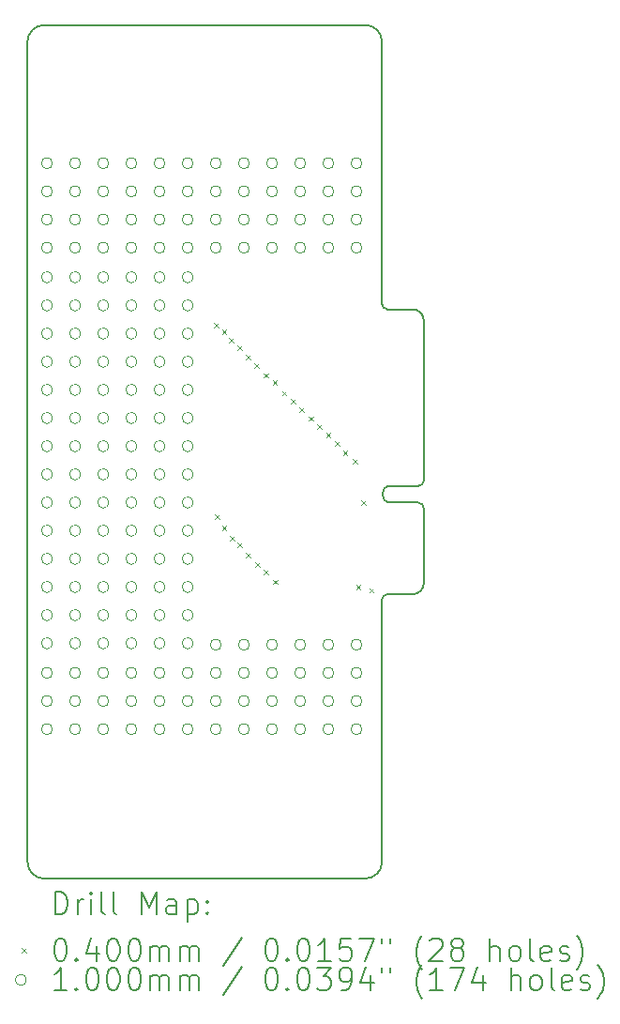
<source format=gbr>
%TF.GenerationSoftware,KiCad,Pcbnew,8.0.4*%
%TF.CreationDate,2025-01-31T11:06:43+01:00*%
%TF.ProjectId,uconsole-expansion-card-template.kicad_pcb_2.54,75636f6e-736f-46c6-952d-657870616e73,0.1*%
%TF.SameCoordinates,Original*%
%TF.FileFunction,Drillmap*%
%TF.FilePolarity,Positive*%
%FSLAX45Y45*%
G04 Gerber Fmt 4.5, Leading zero omitted, Abs format (unit mm)*
G04 Created by KiCad (PCBNEW 8.0.4) date 2025-01-31 11:06:43*
%MOMM*%
%LPD*%
G01*
G04 APERTURE LIST*
%ADD10C,0.200000*%
%ADD11C,0.100000*%
G04 APERTURE END LIST*
D10*
X11688500Y-8715000D02*
G75*
G02*
X11788500Y-8815000I0J-100000D01*
G01*
X8361500Y-6150000D02*
X11261500Y-6150000D01*
X8361500Y-13850000D02*
G75*
G02*
X8211500Y-13700000I0J150000D01*
G01*
X11788500Y-11185000D02*
G75*
G02*
X11688500Y-11285000I-100000J0D01*
G01*
X11688500Y-11285000D02*
X11461500Y-11285000D01*
X11411500Y-6300000D02*
X11411500Y-8665000D01*
X11411500Y-11335000D02*
X11411500Y-13700000D01*
X11788500Y-8815000D02*
X11788500Y-10258000D01*
X11261500Y-13850000D02*
X8361500Y-13850000D01*
X8211500Y-13700000D02*
X8211500Y-6300000D01*
X11788500Y-10258000D02*
G75*
G02*
X11738500Y-10308000I-50000J0D01*
G01*
X11488500Y-10458000D02*
G75*
G02*
X11488500Y-10308000I0J75000D01*
G01*
X11411500Y-11335000D02*
G75*
G02*
X11461500Y-11285000I50000J0D01*
G01*
X11488500Y-10308000D02*
X11738500Y-10308000D01*
X11738500Y-10458000D02*
G75*
G02*
X11788500Y-10508000I0J-50000D01*
G01*
X11411500Y-13700000D02*
G75*
G02*
X11261500Y-13850000I-150000J0D01*
G01*
X11788500Y-10508000D02*
X11788500Y-11185000D01*
X11461500Y-8715000D02*
G75*
G02*
X11411500Y-8665000I0J50000D01*
G01*
X11461500Y-8715000D02*
X11688500Y-8715000D01*
X11738500Y-10458000D02*
X11488500Y-10458000D01*
X11261500Y-6150000D02*
G75*
G02*
X11411500Y-6300000I0J-150000D01*
G01*
X8211500Y-6300000D02*
G75*
G02*
X8361500Y-6150000I150000J0D01*
G01*
D11*
X9893200Y-8838500D02*
X9933200Y-8878500D01*
X9933200Y-8838500D02*
X9893200Y-8878500D01*
X9903800Y-10564200D02*
X9943800Y-10604200D01*
X9943800Y-10564200D02*
X9903800Y-10604200D01*
X9967300Y-10665800D02*
X10007300Y-10705800D01*
X10007300Y-10665800D02*
X9967300Y-10705800D01*
X9967619Y-8897549D02*
X10007619Y-8937549D01*
X10007619Y-8897549D02*
X9967619Y-8937549D01*
X10030800Y-8976700D02*
X10070800Y-9016700D01*
X10070800Y-8976700D02*
X10030800Y-9016700D01*
X10036860Y-10757462D02*
X10076860Y-10797462D01*
X10076860Y-10757462D02*
X10036860Y-10797462D01*
X10106116Y-10822490D02*
X10146116Y-10862490D01*
X10146116Y-10822490D02*
X10106116Y-10862490D01*
X10107000Y-9040200D02*
X10147000Y-9080200D01*
X10147000Y-9040200D02*
X10107000Y-9080200D01*
X10183200Y-9129100D02*
X10223200Y-9169100D01*
X10223200Y-9129100D02*
X10183200Y-9169100D01*
X10185700Y-10914800D02*
X10225700Y-10954800D01*
X10225700Y-10914800D02*
X10185700Y-10954800D01*
X10259400Y-9205300D02*
X10299400Y-9245300D01*
X10299400Y-9205300D02*
X10259400Y-9245300D01*
X10265700Y-10994800D02*
X10305700Y-11034800D01*
X10305700Y-10994800D02*
X10265700Y-11034800D01*
X10344625Y-9290525D02*
X10384625Y-9330525D01*
X10384625Y-9290525D02*
X10344625Y-9330525D01*
X10345700Y-11062100D02*
X10385700Y-11102100D01*
X10385700Y-11062100D02*
X10345700Y-11102100D01*
X10424500Y-9357700D02*
X10464500Y-9397700D01*
X10464500Y-9357700D02*
X10424500Y-9397700D01*
X10425700Y-11154700D02*
X10465700Y-11194700D01*
X10465700Y-11154700D02*
X10425700Y-11194700D01*
X10507644Y-9453066D02*
X10547644Y-9493066D01*
X10547644Y-9453066D02*
X10507644Y-9493066D01*
X10589600Y-9522800D02*
X10629600Y-9562800D01*
X10629600Y-9522800D02*
X10589600Y-9562800D01*
X10665800Y-9599000D02*
X10705800Y-9639000D01*
X10705800Y-9599000D02*
X10665800Y-9639000D01*
X10750566Y-9679992D02*
X10790566Y-9719992D01*
X10790566Y-9679992D02*
X10750566Y-9719992D01*
X10824640Y-9751020D02*
X10864640Y-9791020D01*
X10864640Y-9751020D02*
X10824640Y-9791020D01*
X10907100Y-9827600D02*
X10947100Y-9867600D01*
X10947100Y-9827600D02*
X10907100Y-9867600D01*
X10988275Y-9906150D02*
X11028275Y-9946150D01*
X11028275Y-9906150D02*
X10988275Y-9946150D01*
X11059500Y-9992700D02*
X11099500Y-10032700D01*
X11099500Y-9992700D02*
X11059500Y-10032700D01*
X11148400Y-10068899D02*
X11188400Y-10108899D01*
X11188400Y-10068899D02*
X11148400Y-10108899D01*
X11178196Y-11203596D02*
X11218196Y-11243596D01*
X11218196Y-11203596D02*
X11178196Y-11243596D01*
X11224600Y-10437200D02*
X11264600Y-10477200D01*
X11264600Y-10437200D02*
X11224600Y-10477200D01*
X11295962Y-11229438D02*
X11335962Y-11269438D01*
X11335962Y-11229438D02*
X11295962Y-11269438D01*
X8437100Y-7396500D02*
G75*
G02*
X8337100Y-7396500I-50000J0D01*
G01*
X8337100Y-7396500D02*
G75*
G02*
X8437100Y-7396500I50000J0D01*
G01*
X8437100Y-7650500D02*
G75*
G02*
X8337100Y-7650500I-50000J0D01*
G01*
X8337100Y-7650500D02*
G75*
G02*
X8437100Y-7650500I50000J0D01*
G01*
X8437100Y-7904500D02*
G75*
G02*
X8337100Y-7904500I-50000J0D01*
G01*
X8337100Y-7904500D02*
G75*
G02*
X8437100Y-7904500I50000J0D01*
G01*
X8437100Y-8158500D02*
G75*
G02*
X8337100Y-8158500I-50000J0D01*
G01*
X8337100Y-8158500D02*
G75*
G02*
X8437100Y-8158500I50000J0D01*
G01*
X8437100Y-8425200D02*
G75*
G02*
X8337100Y-8425200I-50000J0D01*
G01*
X8337100Y-8425200D02*
G75*
G02*
X8437100Y-8425200I50000J0D01*
G01*
X8437100Y-8679200D02*
G75*
G02*
X8337100Y-8679200I-50000J0D01*
G01*
X8337100Y-8679200D02*
G75*
G02*
X8437100Y-8679200I50000J0D01*
G01*
X8437100Y-8933200D02*
G75*
G02*
X8337100Y-8933200I-50000J0D01*
G01*
X8337100Y-8933200D02*
G75*
G02*
X8437100Y-8933200I50000J0D01*
G01*
X8437100Y-9187200D02*
G75*
G02*
X8337100Y-9187200I-50000J0D01*
G01*
X8337100Y-9187200D02*
G75*
G02*
X8437100Y-9187200I50000J0D01*
G01*
X8437100Y-9441200D02*
G75*
G02*
X8337100Y-9441200I-50000J0D01*
G01*
X8337100Y-9441200D02*
G75*
G02*
X8437100Y-9441200I50000J0D01*
G01*
X8437100Y-9695200D02*
G75*
G02*
X8337100Y-9695200I-50000J0D01*
G01*
X8337100Y-9695200D02*
G75*
G02*
X8437100Y-9695200I50000J0D01*
G01*
X8437100Y-9949200D02*
G75*
G02*
X8337100Y-9949200I-50000J0D01*
G01*
X8337100Y-9949200D02*
G75*
G02*
X8437100Y-9949200I50000J0D01*
G01*
X8437100Y-10203200D02*
G75*
G02*
X8337100Y-10203200I-50000J0D01*
G01*
X8337100Y-10203200D02*
G75*
G02*
X8437100Y-10203200I50000J0D01*
G01*
X8437100Y-10457200D02*
G75*
G02*
X8337100Y-10457200I-50000J0D01*
G01*
X8337100Y-10457200D02*
G75*
G02*
X8437100Y-10457200I50000J0D01*
G01*
X8437100Y-10711200D02*
G75*
G02*
X8337100Y-10711200I-50000J0D01*
G01*
X8337100Y-10711200D02*
G75*
G02*
X8437100Y-10711200I50000J0D01*
G01*
X8437100Y-10965200D02*
G75*
G02*
X8337100Y-10965200I-50000J0D01*
G01*
X8337100Y-10965200D02*
G75*
G02*
X8437100Y-10965200I50000J0D01*
G01*
X8437100Y-11219200D02*
G75*
G02*
X8337100Y-11219200I-50000J0D01*
G01*
X8337100Y-11219200D02*
G75*
G02*
X8437100Y-11219200I50000J0D01*
G01*
X8437100Y-11473200D02*
G75*
G02*
X8337100Y-11473200I-50000J0D01*
G01*
X8337100Y-11473200D02*
G75*
G02*
X8437100Y-11473200I50000J0D01*
G01*
X8437100Y-11727200D02*
G75*
G02*
X8337100Y-11727200I-50000J0D01*
G01*
X8337100Y-11727200D02*
G75*
G02*
X8437100Y-11727200I50000J0D01*
G01*
X8437100Y-11993900D02*
G75*
G02*
X8337100Y-11993900I-50000J0D01*
G01*
X8337100Y-11993900D02*
G75*
G02*
X8437100Y-11993900I50000J0D01*
G01*
X8437100Y-12247900D02*
G75*
G02*
X8337100Y-12247900I-50000J0D01*
G01*
X8337100Y-12247900D02*
G75*
G02*
X8437100Y-12247900I50000J0D01*
G01*
X8437100Y-12501900D02*
G75*
G02*
X8337100Y-12501900I-50000J0D01*
G01*
X8337100Y-12501900D02*
G75*
G02*
X8437100Y-12501900I50000J0D01*
G01*
X8691100Y-7396500D02*
G75*
G02*
X8591100Y-7396500I-50000J0D01*
G01*
X8591100Y-7396500D02*
G75*
G02*
X8691100Y-7396500I50000J0D01*
G01*
X8691100Y-7650500D02*
G75*
G02*
X8591100Y-7650500I-50000J0D01*
G01*
X8591100Y-7650500D02*
G75*
G02*
X8691100Y-7650500I50000J0D01*
G01*
X8691100Y-7904500D02*
G75*
G02*
X8591100Y-7904500I-50000J0D01*
G01*
X8591100Y-7904500D02*
G75*
G02*
X8691100Y-7904500I50000J0D01*
G01*
X8691100Y-8158500D02*
G75*
G02*
X8591100Y-8158500I-50000J0D01*
G01*
X8591100Y-8158500D02*
G75*
G02*
X8691100Y-8158500I50000J0D01*
G01*
X8691100Y-8425200D02*
G75*
G02*
X8591100Y-8425200I-50000J0D01*
G01*
X8591100Y-8425200D02*
G75*
G02*
X8691100Y-8425200I50000J0D01*
G01*
X8691100Y-8679200D02*
G75*
G02*
X8591100Y-8679200I-50000J0D01*
G01*
X8591100Y-8679200D02*
G75*
G02*
X8691100Y-8679200I50000J0D01*
G01*
X8691100Y-8933200D02*
G75*
G02*
X8591100Y-8933200I-50000J0D01*
G01*
X8591100Y-8933200D02*
G75*
G02*
X8691100Y-8933200I50000J0D01*
G01*
X8691100Y-9187200D02*
G75*
G02*
X8591100Y-9187200I-50000J0D01*
G01*
X8591100Y-9187200D02*
G75*
G02*
X8691100Y-9187200I50000J0D01*
G01*
X8691100Y-9441200D02*
G75*
G02*
X8591100Y-9441200I-50000J0D01*
G01*
X8591100Y-9441200D02*
G75*
G02*
X8691100Y-9441200I50000J0D01*
G01*
X8691100Y-9695200D02*
G75*
G02*
X8591100Y-9695200I-50000J0D01*
G01*
X8591100Y-9695200D02*
G75*
G02*
X8691100Y-9695200I50000J0D01*
G01*
X8691100Y-9949200D02*
G75*
G02*
X8591100Y-9949200I-50000J0D01*
G01*
X8591100Y-9949200D02*
G75*
G02*
X8691100Y-9949200I50000J0D01*
G01*
X8691100Y-10203200D02*
G75*
G02*
X8591100Y-10203200I-50000J0D01*
G01*
X8591100Y-10203200D02*
G75*
G02*
X8691100Y-10203200I50000J0D01*
G01*
X8691100Y-10457200D02*
G75*
G02*
X8591100Y-10457200I-50000J0D01*
G01*
X8591100Y-10457200D02*
G75*
G02*
X8691100Y-10457200I50000J0D01*
G01*
X8691100Y-10711200D02*
G75*
G02*
X8591100Y-10711200I-50000J0D01*
G01*
X8591100Y-10711200D02*
G75*
G02*
X8691100Y-10711200I50000J0D01*
G01*
X8691100Y-10965200D02*
G75*
G02*
X8591100Y-10965200I-50000J0D01*
G01*
X8591100Y-10965200D02*
G75*
G02*
X8691100Y-10965200I50000J0D01*
G01*
X8691100Y-11219200D02*
G75*
G02*
X8591100Y-11219200I-50000J0D01*
G01*
X8591100Y-11219200D02*
G75*
G02*
X8691100Y-11219200I50000J0D01*
G01*
X8691100Y-11473200D02*
G75*
G02*
X8591100Y-11473200I-50000J0D01*
G01*
X8591100Y-11473200D02*
G75*
G02*
X8691100Y-11473200I50000J0D01*
G01*
X8691100Y-11727200D02*
G75*
G02*
X8591100Y-11727200I-50000J0D01*
G01*
X8591100Y-11727200D02*
G75*
G02*
X8691100Y-11727200I50000J0D01*
G01*
X8691100Y-11993900D02*
G75*
G02*
X8591100Y-11993900I-50000J0D01*
G01*
X8591100Y-11993900D02*
G75*
G02*
X8691100Y-11993900I50000J0D01*
G01*
X8691100Y-12247900D02*
G75*
G02*
X8591100Y-12247900I-50000J0D01*
G01*
X8591100Y-12247900D02*
G75*
G02*
X8691100Y-12247900I50000J0D01*
G01*
X8691100Y-12501900D02*
G75*
G02*
X8591100Y-12501900I-50000J0D01*
G01*
X8591100Y-12501900D02*
G75*
G02*
X8691100Y-12501900I50000J0D01*
G01*
X8945100Y-7396500D02*
G75*
G02*
X8845100Y-7396500I-50000J0D01*
G01*
X8845100Y-7396500D02*
G75*
G02*
X8945100Y-7396500I50000J0D01*
G01*
X8945100Y-7650500D02*
G75*
G02*
X8845100Y-7650500I-50000J0D01*
G01*
X8845100Y-7650500D02*
G75*
G02*
X8945100Y-7650500I50000J0D01*
G01*
X8945100Y-7904500D02*
G75*
G02*
X8845100Y-7904500I-50000J0D01*
G01*
X8845100Y-7904500D02*
G75*
G02*
X8945100Y-7904500I50000J0D01*
G01*
X8945100Y-8158500D02*
G75*
G02*
X8845100Y-8158500I-50000J0D01*
G01*
X8845100Y-8158500D02*
G75*
G02*
X8945100Y-8158500I50000J0D01*
G01*
X8945100Y-8425200D02*
G75*
G02*
X8845100Y-8425200I-50000J0D01*
G01*
X8845100Y-8425200D02*
G75*
G02*
X8945100Y-8425200I50000J0D01*
G01*
X8945100Y-8679200D02*
G75*
G02*
X8845100Y-8679200I-50000J0D01*
G01*
X8845100Y-8679200D02*
G75*
G02*
X8945100Y-8679200I50000J0D01*
G01*
X8945100Y-8933200D02*
G75*
G02*
X8845100Y-8933200I-50000J0D01*
G01*
X8845100Y-8933200D02*
G75*
G02*
X8945100Y-8933200I50000J0D01*
G01*
X8945100Y-9187200D02*
G75*
G02*
X8845100Y-9187200I-50000J0D01*
G01*
X8845100Y-9187200D02*
G75*
G02*
X8945100Y-9187200I50000J0D01*
G01*
X8945100Y-9441200D02*
G75*
G02*
X8845100Y-9441200I-50000J0D01*
G01*
X8845100Y-9441200D02*
G75*
G02*
X8945100Y-9441200I50000J0D01*
G01*
X8945100Y-9695200D02*
G75*
G02*
X8845100Y-9695200I-50000J0D01*
G01*
X8845100Y-9695200D02*
G75*
G02*
X8945100Y-9695200I50000J0D01*
G01*
X8945100Y-9949200D02*
G75*
G02*
X8845100Y-9949200I-50000J0D01*
G01*
X8845100Y-9949200D02*
G75*
G02*
X8945100Y-9949200I50000J0D01*
G01*
X8945100Y-10203200D02*
G75*
G02*
X8845100Y-10203200I-50000J0D01*
G01*
X8845100Y-10203200D02*
G75*
G02*
X8945100Y-10203200I50000J0D01*
G01*
X8945100Y-10457200D02*
G75*
G02*
X8845100Y-10457200I-50000J0D01*
G01*
X8845100Y-10457200D02*
G75*
G02*
X8945100Y-10457200I50000J0D01*
G01*
X8945100Y-10711200D02*
G75*
G02*
X8845100Y-10711200I-50000J0D01*
G01*
X8845100Y-10711200D02*
G75*
G02*
X8945100Y-10711200I50000J0D01*
G01*
X8945100Y-10965200D02*
G75*
G02*
X8845100Y-10965200I-50000J0D01*
G01*
X8845100Y-10965200D02*
G75*
G02*
X8945100Y-10965200I50000J0D01*
G01*
X8945100Y-11219200D02*
G75*
G02*
X8845100Y-11219200I-50000J0D01*
G01*
X8845100Y-11219200D02*
G75*
G02*
X8945100Y-11219200I50000J0D01*
G01*
X8945100Y-11473200D02*
G75*
G02*
X8845100Y-11473200I-50000J0D01*
G01*
X8845100Y-11473200D02*
G75*
G02*
X8945100Y-11473200I50000J0D01*
G01*
X8945100Y-11727200D02*
G75*
G02*
X8845100Y-11727200I-50000J0D01*
G01*
X8845100Y-11727200D02*
G75*
G02*
X8945100Y-11727200I50000J0D01*
G01*
X8945100Y-11993900D02*
G75*
G02*
X8845100Y-11993900I-50000J0D01*
G01*
X8845100Y-11993900D02*
G75*
G02*
X8945100Y-11993900I50000J0D01*
G01*
X8945100Y-12247900D02*
G75*
G02*
X8845100Y-12247900I-50000J0D01*
G01*
X8845100Y-12247900D02*
G75*
G02*
X8945100Y-12247900I50000J0D01*
G01*
X8945100Y-12501900D02*
G75*
G02*
X8845100Y-12501900I-50000J0D01*
G01*
X8845100Y-12501900D02*
G75*
G02*
X8945100Y-12501900I50000J0D01*
G01*
X9199100Y-7396500D02*
G75*
G02*
X9099100Y-7396500I-50000J0D01*
G01*
X9099100Y-7396500D02*
G75*
G02*
X9199100Y-7396500I50000J0D01*
G01*
X9199100Y-7650500D02*
G75*
G02*
X9099100Y-7650500I-50000J0D01*
G01*
X9099100Y-7650500D02*
G75*
G02*
X9199100Y-7650500I50000J0D01*
G01*
X9199100Y-7904500D02*
G75*
G02*
X9099100Y-7904500I-50000J0D01*
G01*
X9099100Y-7904500D02*
G75*
G02*
X9199100Y-7904500I50000J0D01*
G01*
X9199100Y-8158500D02*
G75*
G02*
X9099100Y-8158500I-50000J0D01*
G01*
X9099100Y-8158500D02*
G75*
G02*
X9199100Y-8158500I50000J0D01*
G01*
X9199100Y-8425200D02*
G75*
G02*
X9099100Y-8425200I-50000J0D01*
G01*
X9099100Y-8425200D02*
G75*
G02*
X9199100Y-8425200I50000J0D01*
G01*
X9199100Y-8679200D02*
G75*
G02*
X9099100Y-8679200I-50000J0D01*
G01*
X9099100Y-8679200D02*
G75*
G02*
X9199100Y-8679200I50000J0D01*
G01*
X9199100Y-8933200D02*
G75*
G02*
X9099100Y-8933200I-50000J0D01*
G01*
X9099100Y-8933200D02*
G75*
G02*
X9199100Y-8933200I50000J0D01*
G01*
X9199100Y-9187200D02*
G75*
G02*
X9099100Y-9187200I-50000J0D01*
G01*
X9099100Y-9187200D02*
G75*
G02*
X9199100Y-9187200I50000J0D01*
G01*
X9199100Y-9441200D02*
G75*
G02*
X9099100Y-9441200I-50000J0D01*
G01*
X9099100Y-9441200D02*
G75*
G02*
X9199100Y-9441200I50000J0D01*
G01*
X9199100Y-9695200D02*
G75*
G02*
X9099100Y-9695200I-50000J0D01*
G01*
X9099100Y-9695200D02*
G75*
G02*
X9199100Y-9695200I50000J0D01*
G01*
X9199100Y-9949200D02*
G75*
G02*
X9099100Y-9949200I-50000J0D01*
G01*
X9099100Y-9949200D02*
G75*
G02*
X9199100Y-9949200I50000J0D01*
G01*
X9199100Y-10203200D02*
G75*
G02*
X9099100Y-10203200I-50000J0D01*
G01*
X9099100Y-10203200D02*
G75*
G02*
X9199100Y-10203200I50000J0D01*
G01*
X9199100Y-10457200D02*
G75*
G02*
X9099100Y-10457200I-50000J0D01*
G01*
X9099100Y-10457200D02*
G75*
G02*
X9199100Y-10457200I50000J0D01*
G01*
X9199100Y-10711200D02*
G75*
G02*
X9099100Y-10711200I-50000J0D01*
G01*
X9099100Y-10711200D02*
G75*
G02*
X9199100Y-10711200I50000J0D01*
G01*
X9199100Y-10965200D02*
G75*
G02*
X9099100Y-10965200I-50000J0D01*
G01*
X9099100Y-10965200D02*
G75*
G02*
X9199100Y-10965200I50000J0D01*
G01*
X9199100Y-11219200D02*
G75*
G02*
X9099100Y-11219200I-50000J0D01*
G01*
X9099100Y-11219200D02*
G75*
G02*
X9199100Y-11219200I50000J0D01*
G01*
X9199100Y-11473200D02*
G75*
G02*
X9099100Y-11473200I-50000J0D01*
G01*
X9099100Y-11473200D02*
G75*
G02*
X9199100Y-11473200I50000J0D01*
G01*
X9199100Y-11727200D02*
G75*
G02*
X9099100Y-11727200I-50000J0D01*
G01*
X9099100Y-11727200D02*
G75*
G02*
X9199100Y-11727200I50000J0D01*
G01*
X9199100Y-11993900D02*
G75*
G02*
X9099100Y-11993900I-50000J0D01*
G01*
X9099100Y-11993900D02*
G75*
G02*
X9199100Y-11993900I50000J0D01*
G01*
X9199100Y-12247900D02*
G75*
G02*
X9099100Y-12247900I-50000J0D01*
G01*
X9099100Y-12247900D02*
G75*
G02*
X9199100Y-12247900I50000J0D01*
G01*
X9199100Y-12501900D02*
G75*
G02*
X9099100Y-12501900I-50000J0D01*
G01*
X9099100Y-12501900D02*
G75*
G02*
X9199100Y-12501900I50000J0D01*
G01*
X9453100Y-7396500D02*
G75*
G02*
X9353100Y-7396500I-50000J0D01*
G01*
X9353100Y-7396500D02*
G75*
G02*
X9453100Y-7396500I50000J0D01*
G01*
X9453100Y-7650500D02*
G75*
G02*
X9353100Y-7650500I-50000J0D01*
G01*
X9353100Y-7650500D02*
G75*
G02*
X9453100Y-7650500I50000J0D01*
G01*
X9453100Y-7904500D02*
G75*
G02*
X9353100Y-7904500I-50000J0D01*
G01*
X9353100Y-7904500D02*
G75*
G02*
X9453100Y-7904500I50000J0D01*
G01*
X9453100Y-8158500D02*
G75*
G02*
X9353100Y-8158500I-50000J0D01*
G01*
X9353100Y-8158500D02*
G75*
G02*
X9453100Y-8158500I50000J0D01*
G01*
X9453100Y-8425200D02*
G75*
G02*
X9353100Y-8425200I-50000J0D01*
G01*
X9353100Y-8425200D02*
G75*
G02*
X9453100Y-8425200I50000J0D01*
G01*
X9453100Y-8679200D02*
G75*
G02*
X9353100Y-8679200I-50000J0D01*
G01*
X9353100Y-8679200D02*
G75*
G02*
X9453100Y-8679200I50000J0D01*
G01*
X9453100Y-8933200D02*
G75*
G02*
X9353100Y-8933200I-50000J0D01*
G01*
X9353100Y-8933200D02*
G75*
G02*
X9453100Y-8933200I50000J0D01*
G01*
X9453100Y-9187200D02*
G75*
G02*
X9353100Y-9187200I-50000J0D01*
G01*
X9353100Y-9187200D02*
G75*
G02*
X9453100Y-9187200I50000J0D01*
G01*
X9453100Y-9441200D02*
G75*
G02*
X9353100Y-9441200I-50000J0D01*
G01*
X9353100Y-9441200D02*
G75*
G02*
X9453100Y-9441200I50000J0D01*
G01*
X9453100Y-9695200D02*
G75*
G02*
X9353100Y-9695200I-50000J0D01*
G01*
X9353100Y-9695200D02*
G75*
G02*
X9453100Y-9695200I50000J0D01*
G01*
X9453100Y-9949200D02*
G75*
G02*
X9353100Y-9949200I-50000J0D01*
G01*
X9353100Y-9949200D02*
G75*
G02*
X9453100Y-9949200I50000J0D01*
G01*
X9453100Y-10203200D02*
G75*
G02*
X9353100Y-10203200I-50000J0D01*
G01*
X9353100Y-10203200D02*
G75*
G02*
X9453100Y-10203200I50000J0D01*
G01*
X9453100Y-10457200D02*
G75*
G02*
X9353100Y-10457200I-50000J0D01*
G01*
X9353100Y-10457200D02*
G75*
G02*
X9453100Y-10457200I50000J0D01*
G01*
X9453100Y-10711200D02*
G75*
G02*
X9353100Y-10711200I-50000J0D01*
G01*
X9353100Y-10711200D02*
G75*
G02*
X9453100Y-10711200I50000J0D01*
G01*
X9453100Y-10965200D02*
G75*
G02*
X9353100Y-10965200I-50000J0D01*
G01*
X9353100Y-10965200D02*
G75*
G02*
X9453100Y-10965200I50000J0D01*
G01*
X9453100Y-11219200D02*
G75*
G02*
X9353100Y-11219200I-50000J0D01*
G01*
X9353100Y-11219200D02*
G75*
G02*
X9453100Y-11219200I50000J0D01*
G01*
X9453100Y-11473200D02*
G75*
G02*
X9353100Y-11473200I-50000J0D01*
G01*
X9353100Y-11473200D02*
G75*
G02*
X9453100Y-11473200I50000J0D01*
G01*
X9453100Y-11727200D02*
G75*
G02*
X9353100Y-11727200I-50000J0D01*
G01*
X9353100Y-11727200D02*
G75*
G02*
X9453100Y-11727200I50000J0D01*
G01*
X9453100Y-11993900D02*
G75*
G02*
X9353100Y-11993900I-50000J0D01*
G01*
X9353100Y-11993900D02*
G75*
G02*
X9453100Y-11993900I50000J0D01*
G01*
X9453100Y-12247900D02*
G75*
G02*
X9353100Y-12247900I-50000J0D01*
G01*
X9353100Y-12247900D02*
G75*
G02*
X9453100Y-12247900I50000J0D01*
G01*
X9453100Y-12501900D02*
G75*
G02*
X9353100Y-12501900I-50000J0D01*
G01*
X9353100Y-12501900D02*
G75*
G02*
X9453100Y-12501900I50000J0D01*
G01*
X9707100Y-7396500D02*
G75*
G02*
X9607100Y-7396500I-50000J0D01*
G01*
X9607100Y-7396500D02*
G75*
G02*
X9707100Y-7396500I50000J0D01*
G01*
X9707100Y-7650500D02*
G75*
G02*
X9607100Y-7650500I-50000J0D01*
G01*
X9607100Y-7650500D02*
G75*
G02*
X9707100Y-7650500I50000J0D01*
G01*
X9707100Y-7904500D02*
G75*
G02*
X9607100Y-7904500I-50000J0D01*
G01*
X9607100Y-7904500D02*
G75*
G02*
X9707100Y-7904500I50000J0D01*
G01*
X9707100Y-8158500D02*
G75*
G02*
X9607100Y-8158500I-50000J0D01*
G01*
X9607100Y-8158500D02*
G75*
G02*
X9707100Y-8158500I50000J0D01*
G01*
X9707100Y-8425200D02*
G75*
G02*
X9607100Y-8425200I-50000J0D01*
G01*
X9607100Y-8425200D02*
G75*
G02*
X9707100Y-8425200I50000J0D01*
G01*
X9707100Y-8679200D02*
G75*
G02*
X9607100Y-8679200I-50000J0D01*
G01*
X9607100Y-8679200D02*
G75*
G02*
X9707100Y-8679200I50000J0D01*
G01*
X9707100Y-8933200D02*
G75*
G02*
X9607100Y-8933200I-50000J0D01*
G01*
X9607100Y-8933200D02*
G75*
G02*
X9707100Y-8933200I50000J0D01*
G01*
X9707100Y-9187200D02*
G75*
G02*
X9607100Y-9187200I-50000J0D01*
G01*
X9607100Y-9187200D02*
G75*
G02*
X9707100Y-9187200I50000J0D01*
G01*
X9707100Y-9441200D02*
G75*
G02*
X9607100Y-9441200I-50000J0D01*
G01*
X9607100Y-9441200D02*
G75*
G02*
X9707100Y-9441200I50000J0D01*
G01*
X9707100Y-9695200D02*
G75*
G02*
X9607100Y-9695200I-50000J0D01*
G01*
X9607100Y-9695200D02*
G75*
G02*
X9707100Y-9695200I50000J0D01*
G01*
X9707100Y-9949200D02*
G75*
G02*
X9607100Y-9949200I-50000J0D01*
G01*
X9607100Y-9949200D02*
G75*
G02*
X9707100Y-9949200I50000J0D01*
G01*
X9707100Y-10203200D02*
G75*
G02*
X9607100Y-10203200I-50000J0D01*
G01*
X9607100Y-10203200D02*
G75*
G02*
X9707100Y-10203200I50000J0D01*
G01*
X9707100Y-10457200D02*
G75*
G02*
X9607100Y-10457200I-50000J0D01*
G01*
X9607100Y-10457200D02*
G75*
G02*
X9707100Y-10457200I50000J0D01*
G01*
X9707100Y-10711200D02*
G75*
G02*
X9607100Y-10711200I-50000J0D01*
G01*
X9607100Y-10711200D02*
G75*
G02*
X9707100Y-10711200I50000J0D01*
G01*
X9707100Y-10965200D02*
G75*
G02*
X9607100Y-10965200I-50000J0D01*
G01*
X9607100Y-10965200D02*
G75*
G02*
X9707100Y-10965200I50000J0D01*
G01*
X9707100Y-11219200D02*
G75*
G02*
X9607100Y-11219200I-50000J0D01*
G01*
X9607100Y-11219200D02*
G75*
G02*
X9707100Y-11219200I50000J0D01*
G01*
X9707100Y-11473200D02*
G75*
G02*
X9607100Y-11473200I-50000J0D01*
G01*
X9607100Y-11473200D02*
G75*
G02*
X9707100Y-11473200I50000J0D01*
G01*
X9707100Y-11727200D02*
G75*
G02*
X9607100Y-11727200I-50000J0D01*
G01*
X9607100Y-11727200D02*
G75*
G02*
X9707100Y-11727200I50000J0D01*
G01*
X9707100Y-11993900D02*
G75*
G02*
X9607100Y-11993900I-50000J0D01*
G01*
X9607100Y-11993900D02*
G75*
G02*
X9707100Y-11993900I50000J0D01*
G01*
X9707100Y-12247900D02*
G75*
G02*
X9607100Y-12247900I-50000J0D01*
G01*
X9607100Y-12247900D02*
G75*
G02*
X9707100Y-12247900I50000J0D01*
G01*
X9707100Y-12501900D02*
G75*
G02*
X9607100Y-12501900I-50000J0D01*
G01*
X9607100Y-12501900D02*
G75*
G02*
X9707100Y-12501900I50000J0D01*
G01*
X9961100Y-7396500D02*
G75*
G02*
X9861100Y-7396500I-50000J0D01*
G01*
X9861100Y-7396500D02*
G75*
G02*
X9961100Y-7396500I50000J0D01*
G01*
X9961100Y-7650500D02*
G75*
G02*
X9861100Y-7650500I-50000J0D01*
G01*
X9861100Y-7650500D02*
G75*
G02*
X9961100Y-7650500I50000J0D01*
G01*
X9961100Y-7904500D02*
G75*
G02*
X9861100Y-7904500I-50000J0D01*
G01*
X9861100Y-7904500D02*
G75*
G02*
X9961100Y-7904500I50000J0D01*
G01*
X9961100Y-8158500D02*
G75*
G02*
X9861100Y-8158500I-50000J0D01*
G01*
X9861100Y-8158500D02*
G75*
G02*
X9961100Y-8158500I50000J0D01*
G01*
X9961100Y-11739900D02*
G75*
G02*
X9861100Y-11739900I-50000J0D01*
G01*
X9861100Y-11739900D02*
G75*
G02*
X9961100Y-11739900I50000J0D01*
G01*
X9961100Y-11993900D02*
G75*
G02*
X9861100Y-11993900I-50000J0D01*
G01*
X9861100Y-11993900D02*
G75*
G02*
X9961100Y-11993900I50000J0D01*
G01*
X9961100Y-12247900D02*
G75*
G02*
X9861100Y-12247900I-50000J0D01*
G01*
X9861100Y-12247900D02*
G75*
G02*
X9961100Y-12247900I50000J0D01*
G01*
X9961100Y-12501900D02*
G75*
G02*
X9861100Y-12501900I-50000J0D01*
G01*
X9861100Y-12501900D02*
G75*
G02*
X9961100Y-12501900I50000J0D01*
G01*
X10215100Y-7396500D02*
G75*
G02*
X10115100Y-7396500I-50000J0D01*
G01*
X10115100Y-7396500D02*
G75*
G02*
X10215100Y-7396500I50000J0D01*
G01*
X10215100Y-7650500D02*
G75*
G02*
X10115100Y-7650500I-50000J0D01*
G01*
X10115100Y-7650500D02*
G75*
G02*
X10215100Y-7650500I50000J0D01*
G01*
X10215100Y-7904500D02*
G75*
G02*
X10115100Y-7904500I-50000J0D01*
G01*
X10115100Y-7904500D02*
G75*
G02*
X10215100Y-7904500I50000J0D01*
G01*
X10215100Y-8158500D02*
G75*
G02*
X10115100Y-8158500I-50000J0D01*
G01*
X10115100Y-8158500D02*
G75*
G02*
X10215100Y-8158500I50000J0D01*
G01*
X10215100Y-11739900D02*
G75*
G02*
X10115100Y-11739900I-50000J0D01*
G01*
X10115100Y-11739900D02*
G75*
G02*
X10215100Y-11739900I50000J0D01*
G01*
X10215100Y-11993900D02*
G75*
G02*
X10115100Y-11993900I-50000J0D01*
G01*
X10115100Y-11993900D02*
G75*
G02*
X10215100Y-11993900I50000J0D01*
G01*
X10215100Y-12247900D02*
G75*
G02*
X10115100Y-12247900I-50000J0D01*
G01*
X10115100Y-12247900D02*
G75*
G02*
X10215100Y-12247900I50000J0D01*
G01*
X10215100Y-12501900D02*
G75*
G02*
X10115100Y-12501900I-50000J0D01*
G01*
X10115100Y-12501900D02*
G75*
G02*
X10215100Y-12501900I50000J0D01*
G01*
X10469100Y-7396500D02*
G75*
G02*
X10369100Y-7396500I-50000J0D01*
G01*
X10369100Y-7396500D02*
G75*
G02*
X10469100Y-7396500I50000J0D01*
G01*
X10469100Y-7650500D02*
G75*
G02*
X10369100Y-7650500I-50000J0D01*
G01*
X10369100Y-7650500D02*
G75*
G02*
X10469100Y-7650500I50000J0D01*
G01*
X10469100Y-7904500D02*
G75*
G02*
X10369100Y-7904500I-50000J0D01*
G01*
X10369100Y-7904500D02*
G75*
G02*
X10469100Y-7904500I50000J0D01*
G01*
X10469100Y-8158500D02*
G75*
G02*
X10369100Y-8158500I-50000J0D01*
G01*
X10369100Y-8158500D02*
G75*
G02*
X10469100Y-8158500I50000J0D01*
G01*
X10469100Y-11739900D02*
G75*
G02*
X10369100Y-11739900I-50000J0D01*
G01*
X10369100Y-11739900D02*
G75*
G02*
X10469100Y-11739900I50000J0D01*
G01*
X10469100Y-11993900D02*
G75*
G02*
X10369100Y-11993900I-50000J0D01*
G01*
X10369100Y-11993900D02*
G75*
G02*
X10469100Y-11993900I50000J0D01*
G01*
X10469100Y-12247900D02*
G75*
G02*
X10369100Y-12247900I-50000J0D01*
G01*
X10369100Y-12247900D02*
G75*
G02*
X10469100Y-12247900I50000J0D01*
G01*
X10469100Y-12501900D02*
G75*
G02*
X10369100Y-12501900I-50000J0D01*
G01*
X10369100Y-12501900D02*
G75*
G02*
X10469100Y-12501900I50000J0D01*
G01*
X10723100Y-7396500D02*
G75*
G02*
X10623100Y-7396500I-50000J0D01*
G01*
X10623100Y-7396500D02*
G75*
G02*
X10723100Y-7396500I50000J0D01*
G01*
X10723100Y-7650500D02*
G75*
G02*
X10623100Y-7650500I-50000J0D01*
G01*
X10623100Y-7650500D02*
G75*
G02*
X10723100Y-7650500I50000J0D01*
G01*
X10723100Y-7904500D02*
G75*
G02*
X10623100Y-7904500I-50000J0D01*
G01*
X10623100Y-7904500D02*
G75*
G02*
X10723100Y-7904500I50000J0D01*
G01*
X10723100Y-8158500D02*
G75*
G02*
X10623100Y-8158500I-50000J0D01*
G01*
X10623100Y-8158500D02*
G75*
G02*
X10723100Y-8158500I50000J0D01*
G01*
X10723100Y-11739900D02*
G75*
G02*
X10623100Y-11739900I-50000J0D01*
G01*
X10623100Y-11739900D02*
G75*
G02*
X10723100Y-11739900I50000J0D01*
G01*
X10723100Y-11993900D02*
G75*
G02*
X10623100Y-11993900I-50000J0D01*
G01*
X10623100Y-11993900D02*
G75*
G02*
X10723100Y-11993900I50000J0D01*
G01*
X10723100Y-12247900D02*
G75*
G02*
X10623100Y-12247900I-50000J0D01*
G01*
X10623100Y-12247900D02*
G75*
G02*
X10723100Y-12247900I50000J0D01*
G01*
X10723100Y-12501900D02*
G75*
G02*
X10623100Y-12501900I-50000J0D01*
G01*
X10623100Y-12501900D02*
G75*
G02*
X10723100Y-12501900I50000J0D01*
G01*
X10977100Y-7396500D02*
G75*
G02*
X10877100Y-7396500I-50000J0D01*
G01*
X10877100Y-7396500D02*
G75*
G02*
X10977100Y-7396500I50000J0D01*
G01*
X10977100Y-7650500D02*
G75*
G02*
X10877100Y-7650500I-50000J0D01*
G01*
X10877100Y-7650500D02*
G75*
G02*
X10977100Y-7650500I50000J0D01*
G01*
X10977100Y-7904500D02*
G75*
G02*
X10877100Y-7904500I-50000J0D01*
G01*
X10877100Y-7904500D02*
G75*
G02*
X10977100Y-7904500I50000J0D01*
G01*
X10977100Y-8158500D02*
G75*
G02*
X10877100Y-8158500I-50000J0D01*
G01*
X10877100Y-8158500D02*
G75*
G02*
X10977100Y-8158500I50000J0D01*
G01*
X10977100Y-11739900D02*
G75*
G02*
X10877100Y-11739900I-50000J0D01*
G01*
X10877100Y-11739900D02*
G75*
G02*
X10977100Y-11739900I50000J0D01*
G01*
X10977100Y-11993900D02*
G75*
G02*
X10877100Y-11993900I-50000J0D01*
G01*
X10877100Y-11993900D02*
G75*
G02*
X10977100Y-11993900I50000J0D01*
G01*
X10977100Y-12247900D02*
G75*
G02*
X10877100Y-12247900I-50000J0D01*
G01*
X10877100Y-12247900D02*
G75*
G02*
X10977100Y-12247900I50000J0D01*
G01*
X10977100Y-12501900D02*
G75*
G02*
X10877100Y-12501900I-50000J0D01*
G01*
X10877100Y-12501900D02*
G75*
G02*
X10977100Y-12501900I50000J0D01*
G01*
X11231100Y-7396500D02*
G75*
G02*
X11131100Y-7396500I-50000J0D01*
G01*
X11131100Y-7396500D02*
G75*
G02*
X11231100Y-7396500I50000J0D01*
G01*
X11231100Y-7650500D02*
G75*
G02*
X11131100Y-7650500I-50000J0D01*
G01*
X11131100Y-7650500D02*
G75*
G02*
X11231100Y-7650500I50000J0D01*
G01*
X11231100Y-7904500D02*
G75*
G02*
X11131100Y-7904500I-50000J0D01*
G01*
X11131100Y-7904500D02*
G75*
G02*
X11231100Y-7904500I50000J0D01*
G01*
X11231100Y-8158500D02*
G75*
G02*
X11131100Y-8158500I-50000J0D01*
G01*
X11131100Y-8158500D02*
G75*
G02*
X11231100Y-8158500I50000J0D01*
G01*
X11231100Y-11739900D02*
G75*
G02*
X11131100Y-11739900I-50000J0D01*
G01*
X11131100Y-11739900D02*
G75*
G02*
X11231100Y-11739900I50000J0D01*
G01*
X11231100Y-11993900D02*
G75*
G02*
X11131100Y-11993900I-50000J0D01*
G01*
X11131100Y-11993900D02*
G75*
G02*
X11231100Y-11993900I50000J0D01*
G01*
X11231100Y-12247900D02*
G75*
G02*
X11131100Y-12247900I-50000J0D01*
G01*
X11131100Y-12247900D02*
G75*
G02*
X11231100Y-12247900I50000J0D01*
G01*
X11231100Y-12501900D02*
G75*
G02*
X11131100Y-12501900I-50000J0D01*
G01*
X11131100Y-12501900D02*
G75*
G02*
X11231100Y-12501900I50000J0D01*
G01*
D10*
X8462277Y-14171484D02*
X8462277Y-13971484D01*
X8462277Y-13971484D02*
X8509896Y-13971484D01*
X8509896Y-13971484D02*
X8538467Y-13981008D01*
X8538467Y-13981008D02*
X8557515Y-14000055D01*
X8557515Y-14000055D02*
X8567039Y-14019103D01*
X8567039Y-14019103D02*
X8576563Y-14057198D01*
X8576563Y-14057198D02*
X8576563Y-14085769D01*
X8576563Y-14085769D02*
X8567039Y-14123865D01*
X8567039Y-14123865D02*
X8557515Y-14142912D01*
X8557515Y-14142912D02*
X8538467Y-14161960D01*
X8538467Y-14161960D02*
X8509896Y-14171484D01*
X8509896Y-14171484D02*
X8462277Y-14171484D01*
X8662277Y-14171484D02*
X8662277Y-14038150D01*
X8662277Y-14076246D02*
X8671801Y-14057198D01*
X8671801Y-14057198D02*
X8681324Y-14047674D01*
X8681324Y-14047674D02*
X8700372Y-14038150D01*
X8700372Y-14038150D02*
X8719420Y-14038150D01*
X8786086Y-14171484D02*
X8786086Y-14038150D01*
X8786086Y-13971484D02*
X8776563Y-13981008D01*
X8776563Y-13981008D02*
X8786086Y-13990531D01*
X8786086Y-13990531D02*
X8795610Y-13981008D01*
X8795610Y-13981008D02*
X8786086Y-13971484D01*
X8786086Y-13971484D02*
X8786086Y-13990531D01*
X8909896Y-14171484D02*
X8890848Y-14161960D01*
X8890848Y-14161960D02*
X8881324Y-14142912D01*
X8881324Y-14142912D02*
X8881324Y-13971484D01*
X9014658Y-14171484D02*
X8995610Y-14161960D01*
X8995610Y-14161960D02*
X8986086Y-14142912D01*
X8986086Y-14142912D02*
X8986086Y-13971484D01*
X9243229Y-14171484D02*
X9243229Y-13971484D01*
X9243229Y-13971484D02*
X9309896Y-14114341D01*
X9309896Y-14114341D02*
X9376563Y-13971484D01*
X9376563Y-13971484D02*
X9376563Y-14171484D01*
X9557515Y-14171484D02*
X9557515Y-14066722D01*
X9557515Y-14066722D02*
X9547991Y-14047674D01*
X9547991Y-14047674D02*
X9528944Y-14038150D01*
X9528944Y-14038150D02*
X9490848Y-14038150D01*
X9490848Y-14038150D02*
X9471801Y-14047674D01*
X9557515Y-14161960D02*
X9538467Y-14171484D01*
X9538467Y-14171484D02*
X9490848Y-14171484D01*
X9490848Y-14171484D02*
X9471801Y-14161960D01*
X9471801Y-14161960D02*
X9462277Y-14142912D01*
X9462277Y-14142912D02*
X9462277Y-14123865D01*
X9462277Y-14123865D02*
X9471801Y-14104817D01*
X9471801Y-14104817D02*
X9490848Y-14095293D01*
X9490848Y-14095293D02*
X9538467Y-14095293D01*
X9538467Y-14095293D02*
X9557515Y-14085769D01*
X9652753Y-14038150D02*
X9652753Y-14238150D01*
X9652753Y-14047674D02*
X9671801Y-14038150D01*
X9671801Y-14038150D02*
X9709896Y-14038150D01*
X9709896Y-14038150D02*
X9728944Y-14047674D01*
X9728944Y-14047674D02*
X9738467Y-14057198D01*
X9738467Y-14057198D02*
X9747991Y-14076246D01*
X9747991Y-14076246D02*
X9747991Y-14133388D01*
X9747991Y-14133388D02*
X9738467Y-14152436D01*
X9738467Y-14152436D02*
X9728944Y-14161960D01*
X9728944Y-14161960D02*
X9709896Y-14171484D01*
X9709896Y-14171484D02*
X9671801Y-14171484D01*
X9671801Y-14171484D02*
X9652753Y-14161960D01*
X9833705Y-14152436D02*
X9843229Y-14161960D01*
X9843229Y-14161960D02*
X9833705Y-14171484D01*
X9833705Y-14171484D02*
X9824182Y-14161960D01*
X9824182Y-14161960D02*
X9833705Y-14152436D01*
X9833705Y-14152436D02*
X9833705Y-14171484D01*
X9833705Y-14047674D02*
X9843229Y-14057198D01*
X9843229Y-14057198D02*
X9833705Y-14066722D01*
X9833705Y-14066722D02*
X9824182Y-14057198D01*
X9824182Y-14057198D02*
X9833705Y-14047674D01*
X9833705Y-14047674D02*
X9833705Y-14066722D01*
D11*
X8161500Y-14480000D02*
X8201500Y-14520000D01*
X8201500Y-14480000D02*
X8161500Y-14520000D01*
D10*
X8500372Y-14391484D02*
X8519420Y-14391484D01*
X8519420Y-14391484D02*
X8538467Y-14401008D01*
X8538467Y-14401008D02*
X8547991Y-14410531D01*
X8547991Y-14410531D02*
X8557515Y-14429579D01*
X8557515Y-14429579D02*
X8567039Y-14467674D01*
X8567039Y-14467674D02*
X8567039Y-14515293D01*
X8567039Y-14515293D02*
X8557515Y-14553388D01*
X8557515Y-14553388D02*
X8547991Y-14572436D01*
X8547991Y-14572436D02*
X8538467Y-14581960D01*
X8538467Y-14581960D02*
X8519420Y-14591484D01*
X8519420Y-14591484D02*
X8500372Y-14591484D01*
X8500372Y-14591484D02*
X8481324Y-14581960D01*
X8481324Y-14581960D02*
X8471801Y-14572436D01*
X8471801Y-14572436D02*
X8462277Y-14553388D01*
X8462277Y-14553388D02*
X8452753Y-14515293D01*
X8452753Y-14515293D02*
X8452753Y-14467674D01*
X8452753Y-14467674D02*
X8462277Y-14429579D01*
X8462277Y-14429579D02*
X8471801Y-14410531D01*
X8471801Y-14410531D02*
X8481324Y-14401008D01*
X8481324Y-14401008D02*
X8500372Y-14391484D01*
X8652753Y-14572436D02*
X8662277Y-14581960D01*
X8662277Y-14581960D02*
X8652753Y-14591484D01*
X8652753Y-14591484D02*
X8643229Y-14581960D01*
X8643229Y-14581960D02*
X8652753Y-14572436D01*
X8652753Y-14572436D02*
X8652753Y-14591484D01*
X8833705Y-14458150D02*
X8833705Y-14591484D01*
X8786086Y-14381960D02*
X8738467Y-14524817D01*
X8738467Y-14524817D02*
X8862277Y-14524817D01*
X8976563Y-14391484D02*
X8995610Y-14391484D01*
X8995610Y-14391484D02*
X9014658Y-14401008D01*
X9014658Y-14401008D02*
X9024182Y-14410531D01*
X9024182Y-14410531D02*
X9033705Y-14429579D01*
X9033705Y-14429579D02*
X9043229Y-14467674D01*
X9043229Y-14467674D02*
X9043229Y-14515293D01*
X9043229Y-14515293D02*
X9033705Y-14553388D01*
X9033705Y-14553388D02*
X9024182Y-14572436D01*
X9024182Y-14572436D02*
X9014658Y-14581960D01*
X9014658Y-14581960D02*
X8995610Y-14591484D01*
X8995610Y-14591484D02*
X8976563Y-14591484D01*
X8976563Y-14591484D02*
X8957515Y-14581960D01*
X8957515Y-14581960D02*
X8947991Y-14572436D01*
X8947991Y-14572436D02*
X8938467Y-14553388D01*
X8938467Y-14553388D02*
X8928944Y-14515293D01*
X8928944Y-14515293D02*
X8928944Y-14467674D01*
X8928944Y-14467674D02*
X8938467Y-14429579D01*
X8938467Y-14429579D02*
X8947991Y-14410531D01*
X8947991Y-14410531D02*
X8957515Y-14401008D01*
X8957515Y-14401008D02*
X8976563Y-14391484D01*
X9167039Y-14391484D02*
X9186086Y-14391484D01*
X9186086Y-14391484D02*
X9205134Y-14401008D01*
X9205134Y-14401008D02*
X9214658Y-14410531D01*
X9214658Y-14410531D02*
X9224182Y-14429579D01*
X9224182Y-14429579D02*
X9233705Y-14467674D01*
X9233705Y-14467674D02*
X9233705Y-14515293D01*
X9233705Y-14515293D02*
X9224182Y-14553388D01*
X9224182Y-14553388D02*
X9214658Y-14572436D01*
X9214658Y-14572436D02*
X9205134Y-14581960D01*
X9205134Y-14581960D02*
X9186086Y-14591484D01*
X9186086Y-14591484D02*
X9167039Y-14591484D01*
X9167039Y-14591484D02*
X9147991Y-14581960D01*
X9147991Y-14581960D02*
X9138467Y-14572436D01*
X9138467Y-14572436D02*
X9128944Y-14553388D01*
X9128944Y-14553388D02*
X9119420Y-14515293D01*
X9119420Y-14515293D02*
X9119420Y-14467674D01*
X9119420Y-14467674D02*
X9128944Y-14429579D01*
X9128944Y-14429579D02*
X9138467Y-14410531D01*
X9138467Y-14410531D02*
X9147991Y-14401008D01*
X9147991Y-14401008D02*
X9167039Y-14391484D01*
X9319420Y-14591484D02*
X9319420Y-14458150D01*
X9319420Y-14477198D02*
X9328944Y-14467674D01*
X9328944Y-14467674D02*
X9347991Y-14458150D01*
X9347991Y-14458150D02*
X9376563Y-14458150D01*
X9376563Y-14458150D02*
X9395610Y-14467674D01*
X9395610Y-14467674D02*
X9405134Y-14486722D01*
X9405134Y-14486722D02*
X9405134Y-14591484D01*
X9405134Y-14486722D02*
X9414658Y-14467674D01*
X9414658Y-14467674D02*
X9433705Y-14458150D01*
X9433705Y-14458150D02*
X9462277Y-14458150D01*
X9462277Y-14458150D02*
X9481325Y-14467674D01*
X9481325Y-14467674D02*
X9490848Y-14486722D01*
X9490848Y-14486722D02*
X9490848Y-14591484D01*
X9586086Y-14591484D02*
X9586086Y-14458150D01*
X9586086Y-14477198D02*
X9595610Y-14467674D01*
X9595610Y-14467674D02*
X9614658Y-14458150D01*
X9614658Y-14458150D02*
X9643229Y-14458150D01*
X9643229Y-14458150D02*
X9662277Y-14467674D01*
X9662277Y-14467674D02*
X9671801Y-14486722D01*
X9671801Y-14486722D02*
X9671801Y-14591484D01*
X9671801Y-14486722D02*
X9681325Y-14467674D01*
X9681325Y-14467674D02*
X9700372Y-14458150D01*
X9700372Y-14458150D02*
X9728944Y-14458150D01*
X9728944Y-14458150D02*
X9747991Y-14467674D01*
X9747991Y-14467674D02*
X9757515Y-14486722D01*
X9757515Y-14486722D02*
X9757515Y-14591484D01*
X10147991Y-14381960D02*
X9976563Y-14639103D01*
X10405134Y-14391484D02*
X10424182Y-14391484D01*
X10424182Y-14391484D02*
X10443229Y-14401008D01*
X10443229Y-14401008D02*
X10452753Y-14410531D01*
X10452753Y-14410531D02*
X10462277Y-14429579D01*
X10462277Y-14429579D02*
X10471801Y-14467674D01*
X10471801Y-14467674D02*
X10471801Y-14515293D01*
X10471801Y-14515293D02*
X10462277Y-14553388D01*
X10462277Y-14553388D02*
X10452753Y-14572436D01*
X10452753Y-14572436D02*
X10443229Y-14581960D01*
X10443229Y-14581960D02*
X10424182Y-14591484D01*
X10424182Y-14591484D02*
X10405134Y-14591484D01*
X10405134Y-14591484D02*
X10386087Y-14581960D01*
X10386087Y-14581960D02*
X10376563Y-14572436D01*
X10376563Y-14572436D02*
X10367039Y-14553388D01*
X10367039Y-14553388D02*
X10357515Y-14515293D01*
X10357515Y-14515293D02*
X10357515Y-14467674D01*
X10357515Y-14467674D02*
X10367039Y-14429579D01*
X10367039Y-14429579D02*
X10376563Y-14410531D01*
X10376563Y-14410531D02*
X10386087Y-14401008D01*
X10386087Y-14401008D02*
X10405134Y-14391484D01*
X10557515Y-14572436D02*
X10567039Y-14581960D01*
X10567039Y-14581960D02*
X10557515Y-14591484D01*
X10557515Y-14591484D02*
X10547991Y-14581960D01*
X10547991Y-14581960D02*
X10557515Y-14572436D01*
X10557515Y-14572436D02*
X10557515Y-14591484D01*
X10690848Y-14391484D02*
X10709896Y-14391484D01*
X10709896Y-14391484D02*
X10728944Y-14401008D01*
X10728944Y-14401008D02*
X10738468Y-14410531D01*
X10738468Y-14410531D02*
X10747991Y-14429579D01*
X10747991Y-14429579D02*
X10757515Y-14467674D01*
X10757515Y-14467674D02*
X10757515Y-14515293D01*
X10757515Y-14515293D02*
X10747991Y-14553388D01*
X10747991Y-14553388D02*
X10738468Y-14572436D01*
X10738468Y-14572436D02*
X10728944Y-14581960D01*
X10728944Y-14581960D02*
X10709896Y-14591484D01*
X10709896Y-14591484D02*
X10690848Y-14591484D01*
X10690848Y-14591484D02*
X10671801Y-14581960D01*
X10671801Y-14581960D02*
X10662277Y-14572436D01*
X10662277Y-14572436D02*
X10652753Y-14553388D01*
X10652753Y-14553388D02*
X10643229Y-14515293D01*
X10643229Y-14515293D02*
X10643229Y-14467674D01*
X10643229Y-14467674D02*
X10652753Y-14429579D01*
X10652753Y-14429579D02*
X10662277Y-14410531D01*
X10662277Y-14410531D02*
X10671801Y-14401008D01*
X10671801Y-14401008D02*
X10690848Y-14391484D01*
X10947991Y-14591484D02*
X10833706Y-14591484D01*
X10890848Y-14591484D02*
X10890848Y-14391484D01*
X10890848Y-14391484D02*
X10871801Y-14420055D01*
X10871801Y-14420055D02*
X10852753Y-14439103D01*
X10852753Y-14439103D02*
X10833706Y-14448627D01*
X11128944Y-14391484D02*
X11033706Y-14391484D01*
X11033706Y-14391484D02*
X11024182Y-14486722D01*
X11024182Y-14486722D02*
X11033706Y-14477198D01*
X11033706Y-14477198D02*
X11052753Y-14467674D01*
X11052753Y-14467674D02*
X11100372Y-14467674D01*
X11100372Y-14467674D02*
X11119420Y-14477198D01*
X11119420Y-14477198D02*
X11128944Y-14486722D01*
X11128944Y-14486722D02*
X11138468Y-14505769D01*
X11138468Y-14505769D02*
X11138468Y-14553388D01*
X11138468Y-14553388D02*
X11128944Y-14572436D01*
X11128944Y-14572436D02*
X11119420Y-14581960D01*
X11119420Y-14581960D02*
X11100372Y-14591484D01*
X11100372Y-14591484D02*
X11052753Y-14591484D01*
X11052753Y-14591484D02*
X11033706Y-14581960D01*
X11033706Y-14581960D02*
X11024182Y-14572436D01*
X11205134Y-14391484D02*
X11338467Y-14391484D01*
X11338467Y-14391484D02*
X11252753Y-14591484D01*
X11405134Y-14391484D02*
X11405134Y-14429579D01*
X11481325Y-14391484D02*
X11481325Y-14429579D01*
X11776563Y-14667674D02*
X11767039Y-14658150D01*
X11767039Y-14658150D02*
X11747991Y-14629579D01*
X11747991Y-14629579D02*
X11738468Y-14610531D01*
X11738468Y-14610531D02*
X11728944Y-14581960D01*
X11728944Y-14581960D02*
X11719420Y-14534341D01*
X11719420Y-14534341D02*
X11719420Y-14496246D01*
X11719420Y-14496246D02*
X11728944Y-14448627D01*
X11728944Y-14448627D02*
X11738468Y-14420055D01*
X11738468Y-14420055D02*
X11747991Y-14401008D01*
X11747991Y-14401008D02*
X11767039Y-14372436D01*
X11767039Y-14372436D02*
X11776563Y-14362912D01*
X11843229Y-14410531D02*
X11852753Y-14401008D01*
X11852753Y-14401008D02*
X11871801Y-14391484D01*
X11871801Y-14391484D02*
X11919420Y-14391484D01*
X11919420Y-14391484D02*
X11938468Y-14401008D01*
X11938468Y-14401008D02*
X11947991Y-14410531D01*
X11947991Y-14410531D02*
X11957515Y-14429579D01*
X11957515Y-14429579D02*
X11957515Y-14448627D01*
X11957515Y-14448627D02*
X11947991Y-14477198D01*
X11947991Y-14477198D02*
X11833706Y-14591484D01*
X11833706Y-14591484D02*
X11957515Y-14591484D01*
X12071801Y-14477198D02*
X12052753Y-14467674D01*
X12052753Y-14467674D02*
X12043229Y-14458150D01*
X12043229Y-14458150D02*
X12033706Y-14439103D01*
X12033706Y-14439103D02*
X12033706Y-14429579D01*
X12033706Y-14429579D02*
X12043229Y-14410531D01*
X12043229Y-14410531D02*
X12052753Y-14401008D01*
X12052753Y-14401008D02*
X12071801Y-14391484D01*
X12071801Y-14391484D02*
X12109896Y-14391484D01*
X12109896Y-14391484D02*
X12128944Y-14401008D01*
X12128944Y-14401008D02*
X12138468Y-14410531D01*
X12138468Y-14410531D02*
X12147991Y-14429579D01*
X12147991Y-14429579D02*
X12147991Y-14439103D01*
X12147991Y-14439103D02*
X12138468Y-14458150D01*
X12138468Y-14458150D02*
X12128944Y-14467674D01*
X12128944Y-14467674D02*
X12109896Y-14477198D01*
X12109896Y-14477198D02*
X12071801Y-14477198D01*
X12071801Y-14477198D02*
X12052753Y-14486722D01*
X12052753Y-14486722D02*
X12043229Y-14496246D01*
X12043229Y-14496246D02*
X12033706Y-14515293D01*
X12033706Y-14515293D02*
X12033706Y-14553388D01*
X12033706Y-14553388D02*
X12043229Y-14572436D01*
X12043229Y-14572436D02*
X12052753Y-14581960D01*
X12052753Y-14581960D02*
X12071801Y-14591484D01*
X12071801Y-14591484D02*
X12109896Y-14591484D01*
X12109896Y-14591484D02*
X12128944Y-14581960D01*
X12128944Y-14581960D02*
X12138468Y-14572436D01*
X12138468Y-14572436D02*
X12147991Y-14553388D01*
X12147991Y-14553388D02*
X12147991Y-14515293D01*
X12147991Y-14515293D02*
X12138468Y-14496246D01*
X12138468Y-14496246D02*
X12128944Y-14486722D01*
X12128944Y-14486722D02*
X12109896Y-14477198D01*
X12386087Y-14591484D02*
X12386087Y-14391484D01*
X12471801Y-14591484D02*
X12471801Y-14486722D01*
X12471801Y-14486722D02*
X12462277Y-14467674D01*
X12462277Y-14467674D02*
X12443230Y-14458150D01*
X12443230Y-14458150D02*
X12414658Y-14458150D01*
X12414658Y-14458150D02*
X12395610Y-14467674D01*
X12395610Y-14467674D02*
X12386087Y-14477198D01*
X12595610Y-14591484D02*
X12576563Y-14581960D01*
X12576563Y-14581960D02*
X12567039Y-14572436D01*
X12567039Y-14572436D02*
X12557515Y-14553388D01*
X12557515Y-14553388D02*
X12557515Y-14496246D01*
X12557515Y-14496246D02*
X12567039Y-14477198D01*
X12567039Y-14477198D02*
X12576563Y-14467674D01*
X12576563Y-14467674D02*
X12595610Y-14458150D01*
X12595610Y-14458150D02*
X12624182Y-14458150D01*
X12624182Y-14458150D02*
X12643230Y-14467674D01*
X12643230Y-14467674D02*
X12652753Y-14477198D01*
X12652753Y-14477198D02*
X12662277Y-14496246D01*
X12662277Y-14496246D02*
X12662277Y-14553388D01*
X12662277Y-14553388D02*
X12652753Y-14572436D01*
X12652753Y-14572436D02*
X12643230Y-14581960D01*
X12643230Y-14581960D02*
X12624182Y-14591484D01*
X12624182Y-14591484D02*
X12595610Y-14591484D01*
X12776563Y-14591484D02*
X12757515Y-14581960D01*
X12757515Y-14581960D02*
X12747991Y-14562912D01*
X12747991Y-14562912D02*
X12747991Y-14391484D01*
X12928944Y-14581960D02*
X12909896Y-14591484D01*
X12909896Y-14591484D02*
X12871801Y-14591484D01*
X12871801Y-14591484D02*
X12852753Y-14581960D01*
X12852753Y-14581960D02*
X12843230Y-14562912D01*
X12843230Y-14562912D02*
X12843230Y-14486722D01*
X12843230Y-14486722D02*
X12852753Y-14467674D01*
X12852753Y-14467674D02*
X12871801Y-14458150D01*
X12871801Y-14458150D02*
X12909896Y-14458150D01*
X12909896Y-14458150D02*
X12928944Y-14467674D01*
X12928944Y-14467674D02*
X12938468Y-14486722D01*
X12938468Y-14486722D02*
X12938468Y-14505769D01*
X12938468Y-14505769D02*
X12843230Y-14524817D01*
X13014658Y-14581960D02*
X13033706Y-14591484D01*
X13033706Y-14591484D02*
X13071801Y-14591484D01*
X13071801Y-14591484D02*
X13090849Y-14581960D01*
X13090849Y-14581960D02*
X13100372Y-14562912D01*
X13100372Y-14562912D02*
X13100372Y-14553388D01*
X13100372Y-14553388D02*
X13090849Y-14534341D01*
X13090849Y-14534341D02*
X13071801Y-14524817D01*
X13071801Y-14524817D02*
X13043230Y-14524817D01*
X13043230Y-14524817D02*
X13024182Y-14515293D01*
X13024182Y-14515293D02*
X13014658Y-14496246D01*
X13014658Y-14496246D02*
X13014658Y-14486722D01*
X13014658Y-14486722D02*
X13024182Y-14467674D01*
X13024182Y-14467674D02*
X13043230Y-14458150D01*
X13043230Y-14458150D02*
X13071801Y-14458150D01*
X13071801Y-14458150D02*
X13090849Y-14467674D01*
X13167039Y-14667674D02*
X13176563Y-14658150D01*
X13176563Y-14658150D02*
X13195611Y-14629579D01*
X13195611Y-14629579D02*
X13205134Y-14610531D01*
X13205134Y-14610531D02*
X13214658Y-14581960D01*
X13214658Y-14581960D02*
X13224182Y-14534341D01*
X13224182Y-14534341D02*
X13224182Y-14496246D01*
X13224182Y-14496246D02*
X13214658Y-14448627D01*
X13214658Y-14448627D02*
X13205134Y-14420055D01*
X13205134Y-14420055D02*
X13195611Y-14401008D01*
X13195611Y-14401008D02*
X13176563Y-14372436D01*
X13176563Y-14372436D02*
X13167039Y-14362912D01*
D11*
X8201500Y-14764000D02*
G75*
G02*
X8101500Y-14764000I-50000J0D01*
G01*
X8101500Y-14764000D02*
G75*
G02*
X8201500Y-14764000I50000J0D01*
G01*
D10*
X8567039Y-14855484D02*
X8452753Y-14855484D01*
X8509896Y-14855484D02*
X8509896Y-14655484D01*
X8509896Y-14655484D02*
X8490848Y-14684055D01*
X8490848Y-14684055D02*
X8471801Y-14703103D01*
X8471801Y-14703103D02*
X8452753Y-14712627D01*
X8652753Y-14836436D02*
X8662277Y-14845960D01*
X8662277Y-14845960D02*
X8652753Y-14855484D01*
X8652753Y-14855484D02*
X8643229Y-14845960D01*
X8643229Y-14845960D02*
X8652753Y-14836436D01*
X8652753Y-14836436D02*
X8652753Y-14855484D01*
X8786086Y-14655484D02*
X8805134Y-14655484D01*
X8805134Y-14655484D02*
X8824182Y-14665008D01*
X8824182Y-14665008D02*
X8833705Y-14674531D01*
X8833705Y-14674531D02*
X8843229Y-14693579D01*
X8843229Y-14693579D02*
X8852753Y-14731674D01*
X8852753Y-14731674D02*
X8852753Y-14779293D01*
X8852753Y-14779293D02*
X8843229Y-14817388D01*
X8843229Y-14817388D02*
X8833705Y-14836436D01*
X8833705Y-14836436D02*
X8824182Y-14845960D01*
X8824182Y-14845960D02*
X8805134Y-14855484D01*
X8805134Y-14855484D02*
X8786086Y-14855484D01*
X8786086Y-14855484D02*
X8767039Y-14845960D01*
X8767039Y-14845960D02*
X8757515Y-14836436D01*
X8757515Y-14836436D02*
X8747991Y-14817388D01*
X8747991Y-14817388D02*
X8738467Y-14779293D01*
X8738467Y-14779293D02*
X8738467Y-14731674D01*
X8738467Y-14731674D02*
X8747991Y-14693579D01*
X8747991Y-14693579D02*
X8757515Y-14674531D01*
X8757515Y-14674531D02*
X8767039Y-14665008D01*
X8767039Y-14665008D02*
X8786086Y-14655484D01*
X8976563Y-14655484D02*
X8995610Y-14655484D01*
X8995610Y-14655484D02*
X9014658Y-14665008D01*
X9014658Y-14665008D02*
X9024182Y-14674531D01*
X9024182Y-14674531D02*
X9033705Y-14693579D01*
X9033705Y-14693579D02*
X9043229Y-14731674D01*
X9043229Y-14731674D02*
X9043229Y-14779293D01*
X9043229Y-14779293D02*
X9033705Y-14817388D01*
X9033705Y-14817388D02*
X9024182Y-14836436D01*
X9024182Y-14836436D02*
X9014658Y-14845960D01*
X9014658Y-14845960D02*
X8995610Y-14855484D01*
X8995610Y-14855484D02*
X8976563Y-14855484D01*
X8976563Y-14855484D02*
X8957515Y-14845960D01*
X8957515Y-14845960D02*
X8947991Y-14836436D01*
X8947991Y-14836436D02*
X8938467Y-14817388D01*
X8938467Y-14817388D02*
X8928944Y-14779293D01*
X8928944Y-14779293D02*
X8928944Y-14731674D01*
X8928944Y-14731674D02*
X8938467Y-14693579D01*
X8938467Y-14693579D02*
X8947991Y-14674531D01*
X8947991Y-14674531D02*
X8957515Y-14665008D01*
X8957515Y-14665008D02*
X8976563Y-14655484D01*
X9167039Y-14655484D02*
X9186086Y-14655484D01*
X9186086Y-14655484D02*
X9205134Y-14665008D01*
X9205134Y-14665008D02*
X9214658Y-14674531D01*
X9214658Y-14674531D02*
X9224182Y-14693579D01*
X9224182Y-14693579D02*
X9233705Y-14731674D01*
X9233705Y-14731674D02*
X9233705Y-14779293D01*
X9233705Y-14779293D02*
X9224182Y-14817388D01*
X9224182Y-14817388D02*
X9214658Y-14836436D01*
X9214658Y-14836436D02*
X9205134Y-14845960D01*
X9205134Y-14845960D02*
X9186086Y-14855484D01*
X9186086Y-14855484D02*
X9167039Y-14855484D01*
X9167039Y-14855484D02*
X9147991Y-14845960D01*
X9147991Y-14845960D02*
X9138467Y-14836436D01*
X9138467Y-14836436D02*
X9128944Y-14817388D01*
X9128944Y-14817388D02*
X9119420Y-14779293D01*
X9119420Y-14779293D02*
X9119420Y-14731674D01*
X9119420Y-14731674D02*
X9128944Y-14693579D01*
X9128944Y-14693579D02*
X9138467Y-14674531D01*
X9138467Y-14674531D02*
X9147991Y-14665008D01*
X9147991Y-14665008D02*
X9167039Y-14655484D01*
X9319420Y-14855484D02*
X9319420Y-14722150D01*
X9319420Y-14741198D02*
X9328944Y-14731674D01*
X9328944Y-14731674D02*
X9347991Y-14722150D01*
X9347991Y-14722150D02*
X9376563Y-14722150D01*
X9376563Y-14722150D02*
X9395610Y-14731674D01*
X9395610Y-14731674D02*
X9405134Y-14750722D01*
X9405134Y-14750722D02*
X9405134Y-14855484D01*
X9405134Y-14750722D02*
X9414658Y-14731674D01*
X9414658Y-14731674D02*
X9433705Y-14722150D01*
X9433705Y-14722150D02*
X9462277Y-14722150D01*
X9462277Y-14722150D02*
X9481325Y-14731674D01*
X9481325Y-14731674D02*
X9490848Y-14750722D01*
X9490848Y-14750722D02*
X9490848Y-14855484D01*
X9586086Y-14855484D02*
X9586086Y-14722150D01*
X9586086Y-14741198D02*
X9595610Y-14731674D01*
X9595610Y-14731674D02*
X9614658Y-14722150D01*
X9614658Y-14722150D02*
X9643229Y-14722150D01*
X9643229Y-14722150D02*
X9662277Y-14731674D01*
X9662277Y-14731674D02*
X9671801Y-14750722D01*
X9671801Y-14750722D02*
X9671801Y-14855484D01*
X9671801Y-14750722D02*
X9681325Y-14731674D01*
X9681325Y-14731674D02*
X9700372Y-14722150D01*
X9700372Y-14722150D02*
X9728944Y-14722150D01*
X9728944Y-14722150D02*
X9747991Y-14731674D01*
X9747991Y-14731674D02*
X9757515Y-14750722D01*
X9757515Y-14750722D02*
X9757515Y-14855484D01*
X10147991Y-14645960D02*
X9976563Y-14903103D01*
X10405134Y-14655484D02*
X10424182Y-14655484D01*
X10424182Y-14655484D02*
X10443229Y-14665008D01*
X10443229Y-14665008D02*
X10452753Y-14674531D01*
X10452753Y-14674531D02*
X10462277Y-14693579D01*
X10462277Y-14693579D02*
X10471801Y-14731674D01*
X10471801Y-14731674D02*
X10471801Y-14779293D01*
X10471801Y-14779293D02*
X10462277Y-14817388D01*
X10462277Y-14817388D02*
X10452753Y-14836436D01*
X10452753Y-14836436D02*
X10443229Y-14845960D01*
X10443229Y-14845960D02*
X10424182Y-14855484D01*
X10424182Y-14855484D02*
X10405134Y-14855484D01*
X10405134Y-14855484D02*
X10386087Y-14845960D01*
X10386087Y-14845960D02*
X10376563Y-14836436D01*
X10376563Y-14836436D02*
X10367039Y-14817388D01*
X10367039Y-14817388D02*
X10357515Y-14779293D01*
X10357515Y-14779293D02*
X10357515Y-14731674D01*
X10357515Y-14731674D02*
X10367039Y-14693579D01*
X10367039Y-14693579D02*
X10376563Y-14674531D01*
X10376563Y-14674531D02*
X10386087Y-14665008D01*
X10386087Y-14665008D02*
X10405134Y-14655484D01*
X10557515Y-14836436D02*
X10567039Y-14845960D01*
X10567039Y-14845960D02*
X10557515Y-14855484D01*
X10557515Y-14855484D02*
X10547991Y-14845960D01*
X10547991Y-14845960D02*
X10557515Y-14836436D01*
X10557515Y-14836436D02*
X10557515Y-14855484D01*
X10690848Y-14655484D02*
X10709896Y-14655484D01*
X10709896Y-14655484D02*
X10728944Y-14665008D01*
X10728944Y-14665008D02*
X10738468Y-14674531D01*
X10738468Y-14674531D02*
X10747991Y-14693579D01*
X10747991Y-14693579D02*
X10757515Y-14731674D01*
X10757515Y-14731674D02*
X10757515Y-14779293D01*
X10757515Y-14779293D02*
X10747991Y-14817388D01*
X10747991Y-14817388D02*
X10738468Y-14836436D01*
X10738468Y-14836436D02*
X10728944Y-14845960D01*
X10728944Y-14845960D02*
X10709896Y-14855484D01*
X10709896Y-14855484D02*
X10690848Y-14855484D01*
X10690848Y-14855484D02*
X10671801Y-14845960D01*
X10671801Y-14845960D02*
X10662277Y-14836436D01*
X10662277Y-14836436D02*
X10652753Y-14817388D01*
X10652753Y-14817388D02*
X10643229Y-14779293D01*
X10643229Y-14779293D02*
X10643229Y-14731674D01*
X10643229Y-14731674D02*
X10652753Y-14693579D01*
X10652753Y-14693579D02*
X10662277Y-14674531D01*
X10662277Y-14674531D02*
X10671801Y-14665008D01*
X10671801Y-14665008D02*
X10690848Y-14655484D01*
X10824182Y-14655484D02*
X10947991Y-14655484D01*
X10947991Y-14655484D02*
X10881325Y-14731674D01*
X10881325Y-14731674D02*
X10909896Y-14731674D01*
X10909896Y-14731674D02*
X10928944Y-14741198D01*
X10928944Y-14741198D02*
X10938468Y-14750722D01*
X10938468Y-14750722D02*
X10947991Y-14769769D01*
X10947991Y-14769769D02*
X10947991Y-14817388D01*
X10947991Y-14817388D02*
X10938468Y-14836436D01*
X10938468Y-14836436D02*
X10928944Y-14845960D01*
X10928944Y-14845960D02*
X10909896Y-14855484D01*
X10909896Y-14855484D02*
X10852753Y-14855484D01*
X10852753Y-14855484D02*
X10833706Y-14845960D01*
X10833706Y-14845960D02*
X10824182Y-14836436D01*
X11043229Y-14855484D02*
X11081325Y-14855484D01*
X11081325Y-14855484D02*
X11100372Y-14845960D01*
X11100372Y-14845960D02*
X11109896Y-14836436D01*
X11109896Y-14836436D02*
X11128944Y-14807865D01*
X11128944Y-14807865D02*
X11138468Y-14769769D01*
X11138468Y-14769769D02*
X11138468Y-14693579D01*
X11138468Y-14693579D02*
X11128944Y-14674531D01*
X11128944Y-14674531D02*
X11119420Y-14665008D01*
X11119420Y-14665008D02*
X11100372Y-14655484D01*
X11100372Y-14655484D02*
X11062277Y-14655484D01*
X11062277Y-14655484D02*
X11043229Y-14665008D01*
X11043229Y-14665008D02*
X11033706Y-14674531D01*
X11033706Y-14674531D02*
X11024182Y-14693579D01*
X11024182Y-14693579D02*
X11024182Y-14741198D01*
X11024182Y-14741198D02*
X11033706Y-14760246D01*
X11033706Y-14760246D02*
X11043229Y-14769769D01*
X11043229Y-14769769D02*
X11062277Y-14779293D01*
X11062277Y-14779293D02*
X11100372Y-14779293D01*
X11100372Y-14779293D02*
X11119420Y-14769769D01*
X11119420Y-14769769D02*
X11128944Y-14760246D01*
X11128944Y-14760246D02*
X11138468Y-14741198D01*
X11309896Y-14722150D02*
X11309896Y-14855484D01*
X11262277Y-14645960D02*
X11214658Y-14788817D01*
X11214658Y-14788817D02*
X11338467Y-14788817D01*
X11405134Y-14655484D02*
X11405134Y-14693579D01*
X11481325Y-14655484D02*
X11481325Y-14693579D01*
X11776563Y-14931674D02*
X11767039Y-14922150D01*
X11767039Y-14922150D02*
X11747991Y-14893579D01*
X11747991Y-14893579D02*
X11738468Y-14874531D01*
X11738468Y-14874531D02*
X11728944Y-14845960D01*
X11728944Y-14845960D02*
X11719420Y-14798341D01*
X11719420Y-14798341D02*
X11719420Y-14760246D01*
X11719420Y-14760246D02*
X11728944Y-14712627D01*
X11728944Y-14712627D02*
X11738468Y-14684055D01*
X11738468Y-14684055D02*
X11747991Y-14665008D01*
X11747991Y-14665008D02*
X11767039Y-14636436D01*
X11767039Y-14636436D02*
X11776563Y-14626912D01*
X11957515Y-14855484D02*
X11843229Y-14855484D01*
X11900372Y-14855484D02*
X11900372Y-14655484D01*
X11900372Y-14655484D02*
X11881325Y-14684055D01*
X11881325Y-14684055D02*
X11862277Y-14703103D01*
X11862277Y-14703103D02*
X11843229Y-14712627D01*
X12024182Y-14655484D02*
X12157515Y-14655484D01*
X12157515Y-14655484D02*
X12071801Y-14855484D01*
X12319420Y-14722150D02*
X12319420Y-14855484D01*
X12271801Y-14645960D02*
X12224182Y-14788817D01*
X12224182Y-14788817D02*
X12347991Y-14788817D01*
X12576563Y-14855484D02*
X12576563Y-14655484D01*
X12662277Y-14855484D02*
X12662277Y-14750722D01*
X12662277Y-14750722D02*
X12652753Y-14731674D01*
X12652753Y-14731674D02*
X12633706Y-14722150D01*
X12633706Y-14722150D02*
X12605134Y-14722150D01*
X12605134Y-14722150D02*
X12586087Y-14731674D01*
X12586087Y-14731674D02*
X12576563Y-14741198D01*
X12786087Y-14855484D02*
X12767039Y-14845960D01*
X12767039Y-14845960D02*
X12757515Y-14836436D01*
X12757515Y-14836436D02*
X12747991Y-14817388D01*
X12747991Y-14817388D02*
X12747991Y-14760246D01*
X12747991Y-14760246D02*
X12757515Y-14741198D01*
X12757515Y-14741198D02*
X12767039Y-14731674D01*
X12767039Y-14731674D02*
X12786087Y-14722150D01*
X12786087Y-14722150D02*
X12814658Y-14722150D01*
X12814658Y-14722150D02*
X12833706Y-14731674D01*
X12833706Y-14731674D02*
X12843230Y-14741198D01*
X12843230Y-14741198D02*
X12852753Y-14760246D01*
X12852753Y-14760246D02*
X12852753Y-14817388D01*
X12852753Y-14817388D02*
X12843230Y-14836436D01*
X12843230Y-14836436D02*
X12833706Y-14845960D01*
X12833706Y-14845960D02*
X12814658Y-14855484D01*
X12814658Y-14855484D02*
X12786087Y-14855484D01*
X12967039Y-14855484D02*
X12947991Y-14845960D01*
X12947991Y-14845960D02*
X12938468Y-14826912D01*
X12938468Y-14826912D02*
X12938468Y-14655484D01*
X13119420Y-14845960D02*
X13100372Y-14855484D01*
X13100372Y-14855484D02*
X13062277Y-14855484D01*
X13062277Y-14855484D02*
X13043230Y-14845960D01*
X13043230Y-14845960D02*
X13033706Y-14826912D01*
X13033706Y-14826912D02*
X13033706Y-14750722D01*
X13033706Y-14750722D02*
X13043230Y-14731674D01*
X13043230Y-14731674D02*
X13062277Y-14722150D01*
X13062277Y-14722150D02*
X13100372Y-14722150D01*
X13100372Y-14722150D02*
X13119420Y-14731674D01*
X13119420Y-14731674D02*
X13128944Y-14750722D01*
X13128944Y-14750722D02*
X13128944Y-14769769D01*
X13128944Y-14769769D02*
X13033706Y-14788817D01*
X13205134Y-14845960D02*
X13224182Y-14855484D01*
X13224182Y-14855484D02*
X13262277Y-14855484D01*
X13262277Y-14855484D02*
X13281325Y-14845960D01*
X13281325Y-14845960D02*
X13290849Y-14826912D01*
X13290849Y-14826912D02*
X13290849Y-14817388D01*
X13290849Y-14817388D02*
X13281325Y-14798341D01*
X13281325Y-14798341D02*
X13262277Y-14788817D01*
X13262277Y-14788817D02*
X13233706Y-14788817D01*
X13233706Y-14788817D02*
X13214658Y-14779293D01*
X13214658Y-14779293D02*
X13205134Y-14760246D01*
X13205134Y-14760246D02*
X13205134Y-14750722D01*
X13205134Y-14750722D02*
X13214658Y-14731674D01*
X13214658Y-14731674D02*
X13233706Y-14722150D01*
X13233706Y-14722150D02*
X13262277Y-14722150D01*
X13262277Y-14722150D02*
X13281325Y-14731674D01*
X13357515Y-14931674D02*
X13367039Y-14922150D01*
X13367039Y-14922150D02*
X13386087Y-14893579D01*
X13386087Y-14893579D02*
X13395611Y-14874531D01*
X13395611Y-14874531D02*
X13405134Y-14845960D01*
X13405134Y-14845960D02*
X13414658Y-14798341D01*
X13414658Y-14798341D02*
X13414658Y-14760246D01*
X13414658Y-14760246D02*
X13405134Y-14712627D01*
X13405134Y-14712627D02*
X13395611Y-14684055D01*
X13395611Y-14684055D02*
X13386087Y-14665008D01*
X13386087Y-14665008D02*
X13367039Y-14636436D01*
X13367039Y-14636436D02*
X13357515Y-14626912D01*
M02*

</source>
